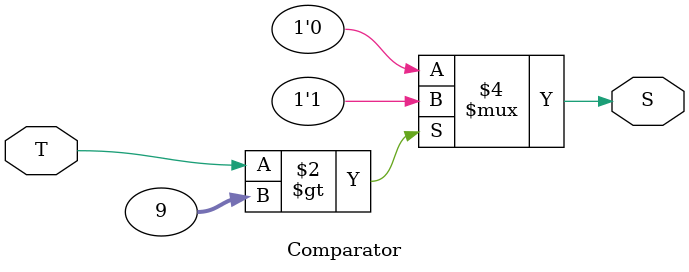
<source format=v>

module Comparator(T, S); 
	input T;             // Input
	output reg S;        // Output
	
   always @ (S) begin
      if (T > 9) begin
         S = 1;
      end
      else begin
         S = 0;
      end
   end
endmodule

</source>
